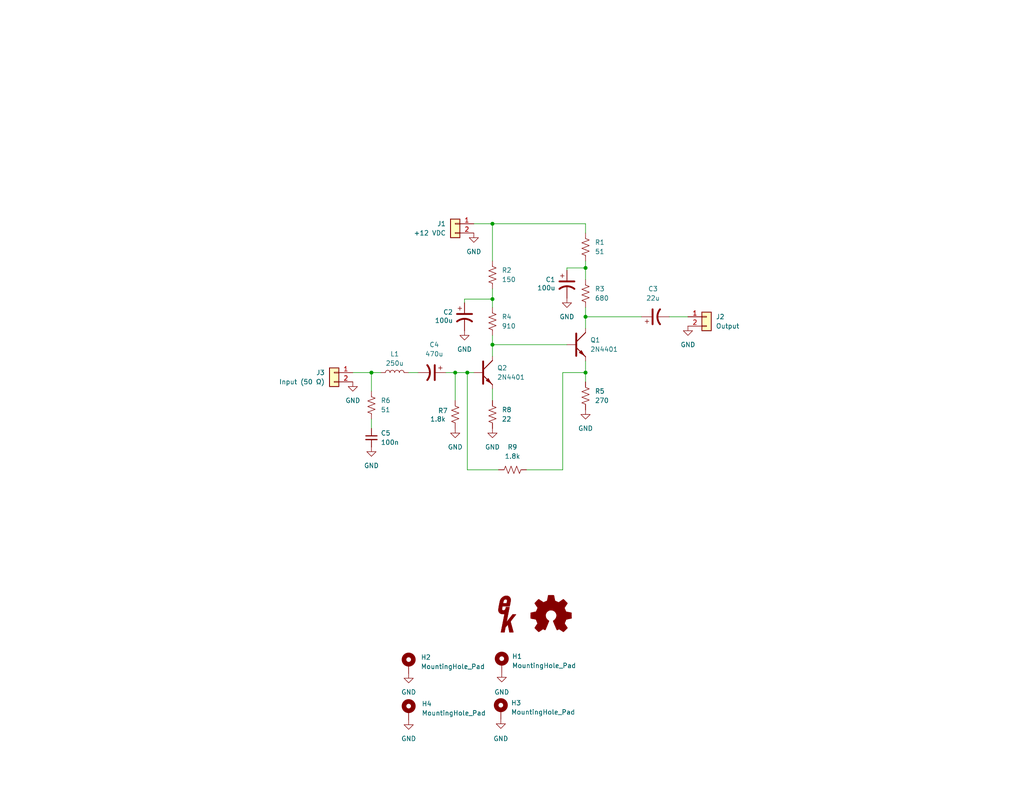
<source format=kicad_sch>
(kicad_sch (version 20230121) (generator eeschema)
  (paper "USLetter")
  (title_block (title "Project Yamhill Audio Feedback Amp") (date "2023-10-12") (rev "A") (company "Etherkit"))
  (lib_symbols
    (symbol "Connector_Generic:Conn_01x02" (pin_names (offset 1.016) hide)
      (property "Reference" "J" (at 0 2.54 0))
      (property "Value" "Conn_01x02" (at 0 -5.08 0))
      (symbol "Conn_01x02_1_1"
        (rectangle (start -1.27 -2.413) (end 0 -2.667) (stroke (width 0.1524)))
        (rectangle (start -1.27 0.127) (end 0 -0.127) (stroke (width 0.1524)))
        (rectangle (start -1.27 1.27) (end 1.27 -3.81) (stroke (width 0.254)) (fill (type background)))
        (pin passive line (at -5.08 0 0) (length 3.81) (name "Pin_1") (number "1"))
        (pin passive line (at -5.08 -2.54 0) (length 3.81) (name "Pin_2") (number "2"))
      )
    )
    (symbol "Device:C_Polarized_US" (pin_numbers hide) (pin_names (offset 0.254) hide)
      (property "Reference" "C" (at 0.635 2.54 0))
      (property "Value" "C_Polarized_US" (at 0.635 -2.54 0))
      (symbol "C_Polarized_US_0_1"
        (polyline (pts (xy -2.032 0.762) (xy 2.032 0.762)) (stroke (width 0.508)))
        (polyline (pts (xy -1.778 2.286) (xy -0.762 2.286)))
        (polyline (pts (xy -1.27 1.778) (xy -1.27 2.794)))
        (arc (start 2.032 -1.27) (mid 0 -0.5572) (end -2.032 -1.27) (stroke (width 0.508)))
      )
      (symbol "C_Polarized_US_1_1"
        (pin passive line (at 0 3.81 270) (length 2.794) (name "~") (number "1"))
        (pin passive line (at 0 -3.81 90) (length 3.302) (name "~") (number "2"))
      )
    )
    (symbol "Device:C_Small" (pin_numbers hide) (pin_names (offset 0.254) hide)
      (property "Reference" "C" (at 0.254 1.778 0))
      (property "Value" "C_Small" (at 0.254 -2.032 0))
      (symbol "C_Small_0_1"
        (polyline (pts (xy -1.524 -0.508) (xy 1.524 -0.508)) (stroke (width 0.3302)))
        (polyline (pts (xy -1.524 0.508) (xy 1.524 0.508)) (stroke (width 0.3048)))
      )
      (symbol "C_Small_1_1"
        (pin passive line (at 0 2.54 270) (length 2.032) (name "~") (number "1"))
        (pin passive line (at 0 -2.54 90) (length 2.032) (name "~") (number "2"))
      )
    )
    (symbol "Device:L" (pin_numbers hide) (pin_names (offset 1.016) hide)
      (property "Reference" "L" (at -1.27 0 90))
      (property "Value" "L" (at 1.905 0 90))
      (symbol "L_0_1"
        (arc (start 0 -2.54) (mid 0.6323 -1.905) (end 0 -1.27))
        (arc (start 0 -1.27) (mid 0.6323 -0.635) (end 0 0))
        (arc (start 0 0) (mid 0.6323 0.635) (end 0 1.27))
        (arc (start 0 1.27) (mid 0.6323 1.905) (end 0 2.54))
      )
      (symbol "L_1_1"
        (pin passive line (at 0 3.81 270) (length 1.27) (name "1") (number "1"))
        (pin passive line (at 0 -3.81 90) (length 1.27) (name "2") (number "2"))
      )
    )
    (symbol "Device:R_US" (pin_numbers hide) (pin_names (offset 0))
      (property "Reference" "R" (at 2.54 0 90))
      (property "Value" "R_US" (at -2.54 0 90))
      (symbol "R_US_0_1"
        (polyline (pts (xy 0 -2.286) (xy 0 -2.54)))
        (polyline (pts (xy 0 2.286) (xy 0 2.54)))
        (polyline (pts (xy 0 -0.762) (xy 1.016 -1.143) (xy 0 -1.524) (xy -1.016 -1.905) (xy 0 -2.286)))
        (polyline (pts (xy 0 0.762) (xy 1.016 0.381) (xy 0 0) (xy -1.016 -0.381) (xy 0 -0.762)))
        (polyline (pts (xy 0 2.286) (xy 1.016 1.905) (xy 0 1.524) (xy -1.016 1.143) (xy 0 0.762)))
      )
      (symbol "R_US_1_1"
        (pin passive line (at 0 3.81 270) (length 1.27) (name "~") (number "1"))
        (pin passive line (at 0 -3.81 90) (length 1.27) (name "~") (number "2"))
      )
    )
    (symbol "EtherkitKicadLibrary:LOGO" (pin_names (offset 1.016))
      (symbol "LOGO_0_0"
        (polyline (pts (xy -0.7475 -4.875) (xy -0.7392 -4.83) (xy -0.7178 -4.7189) (xy -0.6879 -4.5659) (xy -0.6523 -4.3851) (xy -0.6135 -4.1903) (xy -0.5018 -3.6307) (xy -0.197 -3.2903) (xy -0.1646 -3.2542) (xy -0.0551 -3.1338) (xy 0.0366 -3.0352) (xy 0.1017 -2.9677) (xy 0.1315 -2.9408) (xy 0.1365 -2.9489) (xy 0.155 -3.0102) (xy 0.1838 -3.125) (xy 0.2211 -3.2856) (xy 0.2651 -3.4844) (xy 0.3142 -3.7137) (xy 0.3664 -3.9658) (xy 0.5778 -5) (xy 1.1222 -5) (xy 1.2378 -4.9996) (xy 1.4316 -4.9961) (xy 1.5649 -4.989) (xy 1.6419 -4.9777) (xy 1.6666 -4.9622) (xy 1.663 -4.9437) (xy 1.6438 -4.8666) (xy 1.6098 -4.7364) (xy 1.5628 -4.5598) (xy 1.5046 -4.3435) (xy 1.437 -4.0944) (xy 1.3618 -3.8192) (xy 1.2809 -3.5246) (xy 1.2287 -3.3348) (xy 1.1509 -3.0506) (xy 1.0799 -2.7894) (xy 1.0175 -2.5581) (xy 0.9656 -2.3637) (xy 0.926 -2.2129) (xy 0.9005 -2.1127) (xy 0.891 -2.0698) (xy 0.9054 -2.0396) (xy 0.9573 -1.9618) (xy 1.0423 -1.844) (xy 1.1559 -1.6925) (xy 1.2932 -1.5137) (xy 1.4495 -1.3137) (xy 1.6201 -1.099) (xy 1.7685 -0.9135) (xy 1.9293 -0.7119) (xy 2.0731 -0.5312) (xy 2.1948 -0.3776) (xy 2.2896 -0.2573) (xy 2.3525 -0.1766) (xy 2.3786 -0.1416) (xy 2.3787 -0.1415) (xy 2.3748 -0.1247) (xy 2.3346 -0.1129) (xy 2.2506 -0.1052) (xy 2.1151 -0.1012) (xy 1.9205 -0.1) (xy 1.4372 -0.1) (xy 0.6284 -1.132) (xy 0.5759 -1.1989) (xy 0.4011 -1.4209) (xy 0.2406 -1.6235) (xy 0.0987 -1.8012) (xy -0.02 -1.9484) (xy -0.1111 -2.0596) (xy -0.1701 -2.1292) (xy -0.1926 -2.1518) (xy -0.1923 -2.147) (xy -0.1832 -2.0918) (xy -0.1629 -1.9807) (xy -0.1327 -1.8203) (xy -0.0939 -1.6176) (xy -0.048 -1.3794) (xy 0.0038 -1.1127) (xy 0.0601 -0.8241) (xy 0.1194 -0.5207) (xy 0.1806 -0.2092) (xy 0.2422 0.1034) (xy 0.303 0.4104) (xy 0.3614 0.7049) (xy 0.4163 0.98) (xy 0.4662 1.2289) (xy 0.5098 1.4447) (xy 0.5457 1.6206) (xy 0.5727 1.7496) (xy 0.5893 1.825) (xy 0.6072 1.9) (xy 0.1073 1.9) (xy -0.3925 1.9) (xy -0.4342 1.675) (xy -0.499 1.4316) (xy -0.6002 1.2291) (xy -0.7342 1.0838) (xy -0.9006 0.9961) (xy -1.0987 0.9667) (xy -1.1609 0.974) (xy -1.2874 1.0299) (xy -1.3917 1.1269) (xy -1.4526 1.2482) (xy -1.4564 1.2857) (xy -1.4504 1.3934) (xy -1.4298 1.5453) (xy -1.3961 1.7283) (xy -1.3167 2.1167) (xy -0.3327 2.1255) (xy 0.6514 2.1344) (xy 0.7958 2.8849) (xy 0.8025 2.9198) (xy 0.8589 3.2262) (xy 0.8991 3.4782) (xy 0.9233 3.6852) (xy 0.9317 3.8567) (xy 0.9241 4.0019) (xy 0.9007 4.1304) (xy 0.8616 4.2514) (xy 0.8069 4.3744) (xy 0.7638 4.4545) (xy 0.6047 4.6644) (xy 0.4032 4.823) (xy 0.1589 4.9308) (xy -0.1287 4.9878) (xy -0.1579 4.9905) (xy -0.4377 4.9806) (xy -0.7232 4.9128) (xy -1.0046 4.7932) (xy -1.272 4.6277) (xy -1.5155 4.4223) (xy -1.7252 4.183) (xy -1.8913 3.9159) (xy -1.9165 3.8634) (xy -1.9482 3.787) (xy -1.9792 3.6966) (xy -2.0114 3.5851) (xy -2.0466 3.4449) (xy -2.0866 3.2687) (xy -2.1333 3.049) (xy -2.1498 2.968) (xy -1.1571 2.968) (xy -1.1549 2.9908) (xy -1.1525 2.9998) (xy -1.1352 3.0719) (xy -1.1099 3.1842) (xy -1.0812 3.3167) (xy -1.0754 3.3437) (xy -1.0195 3.5554) (xy -0.9547 3.7135) (xy -0.875 3.8295) (xy -0.7744 3.9152) (xy -0.6845 3.9662) (xy -0.5192 4.019) (xy -0.3652 4.0182) (xy -0.2331 3.9646) (xy -0.1335 3.8592) (xy -0.1289 3.8513) (xy -0.0862 3.7421) (xy -0.0719 3.6042) (xy -0.086 3.427) (xy -0.1282 3.2) (xy -0.1834 2.95) (xy -0.6776 2.9408) (xy -0.721 2.94) (xy -0.8996 2.9375) (xy -1.023 2.938) (xy -1.1007 2.9426) (xy -1.1422 2.9523) (xy -1.1571 2.968) (xy -2.1498 2.968) (xy -2.1885 2.7786) (xy -2.254 2.45) (xy -2.2784 2.3256) (xy -2.3436 1.9784) (xy -2.393 1.6859) (xy -2.4271 1.4409) (xy -2.4464 1.2359) (xy -2.4514 1.0636) (xy -2.4429 0.9165) (xy -2.4212 0.7874) (xy -2.3869 0.6687) (xy -2.3194 0.5275) (xy -2.1842 0.3503) (xy -2.0088 0.1938) (xy -1.8079 0.073) (xy -1.7593 0.0508) (xy -1.6803 0.0201) (xy -1.6007 0.0004) (xy -1.504 -0.0106) (xy -1.3737 -0.0155) (xy -1.1932 -0.0166) (xy -1.0296 -0.017) (xy -0.908 -0.0195) (xy -0.8331 -0.0256) (xy -0.7946 -0.0372) (xy -0.7822 -0.0558) (xy -0.7855 -0.0833) (xy -0.7943 -0.1252) (xy -0.8147 -0.2255) (xy -0.8455 -0.3779) (xy -0.8854 -0.5764) (xy -0.9333 -0.8146) (xy -0.9878 -1.0864) (xy -1.0478 -1.3857) (xy -1.112 -1.7062) (xy -1.1792 -2.0418) (xy -1.2481 -2.3862) (xy -1.3175 -2.7333) (xy -1.3861 -3.0769) (xy -1.4528 -3.4108) (xy -1.5163 -3.7289) (xy -1.5753 -4.0248) (xy -1.6286 -4.2926) (xy -1.675 -4.5259) (xy -1.7133 -4.7185) (xy -1.7422 -4.8644) (xy -1.7604 -4.9573) (xy -1.7667 -4.991) (xy -1.7588 -4.9926) (xy -1.6988 -4.9955) (xy -1.5893 -4.9978) (xy -1.442 -4.9994) (xy -1.2682 -5) (xy -0.7697 -5) (xy -0.7475 -4.875)) (stroke (width 0.01)) (fill (type outline)))
      )
    )
    (symbol "EtherkitKicadLibrary:NPN" (pin_numbers hide) (pin_names (offset 0) hide)
      (property "Reference" "Q" (at 4.572 1.143 0))
      (property "Value" "NPN" (at 6.096 -1.143 0))
      (symbol "NPN_0_1"
        (polyline (pts (xy 0 0.762) (xy 2.54 3.302)) (stroke (width 0.254)))
        (polyline (pts (xy 0 3.048) (xy 0 -3.048) (xy 0 -1.905)) (stroke (width 0.508)))
        (polyline (pts (xy 2.54 -3.302) (xy 0 -0.762) (xy 0 -0.762)) (stroke (width 0.254)))
        (polyline (pts (xy 2.032 -2.794) (xy 1.397 -1.651) (xy 0.889 -2.159) (xy 2.032 -2.794) (xy 2.032 -2.794)) (stroke (width 0.254)) (fill (type outline)))
      )
      (symbol "NPN_1_1"
        (pin passive line (at 2.54 -4.445 90) (length 1.143) (name "E") (number "1"))
        (pin input line (at -2.54 0 0) (length 2.54) (name "B") (number "2"))
        (pin passive line (at 2.54 4.445 270) (length 1.143) (name "C") (number "3"))
      )
    )
    (symbol "Graphic:Logo_Open_Hardware_Small" (in_bom no) (on_board no)
      (symbol "Logo_Open_Hardware_Small_0_1"
        (polyline (pts (xy 3.3528 -4.3434) (xy 3.302 -4.318) (xy 3.175 -4.2418) (xy 2.9972 -4.1148) (xy 2.7686 -3.9624) (xy 2.54 -3.81) (xy 2.3622 -3.7084) (xy 2.2352 -3.6068) (xy 2.1844 -3.5814) (xy 2.159 -3.6068) (xy 2.0574 -3.6576) (xy 1.905 -3.7338) (xy 1.8034 -3.7846) (xy 1.6764 -3.8354) (xy 1.6002 -3.8354) (xy 1.6002 -3.8354) (xy 1.5494 -3.7338) (xy 1.4732 -3.5306) (xy 1.3462 -3.302) (xy 1.2446 -3.0226) (xy 1.1176 -2.7178) (xy 0.9652 -2.413) (xy 0.8636 -2.1082) (xy 0.7366 -1.8288) (xy 0.6604 -1.6256) (xy 0.6096 -1.4732) (xy 0.5842 -1.397) (xy 0.5842 -1.397) (xy 0.6604 -1.3208) (xy 0.7874 -1.2446) (xy 1.0414 -1.016) (xy 1.2954 -0.6858) (xy 1.4478 -0.3302) (xy 1.524 0.0762) (xy 1.4732 0.4572) (xy 1.3208 0.8128) (xy 1.0668 1.143) (xy 0.762 1.3716) (xy 0.4064 1.524) (xy 0 1.5748) (xy -0.381 1.5494) (xy -0.7366 1.397) (xy -1.0668 1.143) (xy -1.2192 0.9906) (xy -1.397 0.6604) (xy -1.524 0.3048) (xy -1.524 0.2286) (xy -1.4986 -0.1778) (xy -1.397 -0.5334) (xy -1.1938 -0.8636) (xy -0.9144 -1.143) (xy -0.8636 -1.1684) (xy -0.7366 -1.27) (xy -0.635 -1.3462) (xy -0.5842 -1.397) (xy -1.0668 -2.5908) (xy -1.143 -2.794) (xy -1.2954 -3.1242) (xy -1.397 -3.4036) (xy -1.4986 -3.6322) (xy -1.5748 -3.7846) (xy -1.6002 -3.8354) (xy -1.6002 -3.8354) (xy -1.651 -3.8354) (xy -1.7272 -3.81) (xy -1.905 -3.7338) (xy -2.0066 -3.683) (xy -2.1336 -3.6068) (xy -2.2098 -3.5814) (xy -2.2606 -3.6068) (xy -2.3622 -3.683) (xy -2.54 -3.81) (xy -2.7686 -3.9624) (xy -2.9718 -4.0894) (xy -3.1496 -4.2164) (xy -3.302 -4.318) (xy -3.3528 -4.3434) (xy -3.3782 -4.3434) (xy -3.429 -4.318) (xy -3.5306 -4.2164) (xy -3.7084 -4.064) (xy -3.937 -3.8354) (xy -3.9624 -3.81) (xy -4.1656 -3.6068) (xy -4.318 -3.4544) (xy -4.4196 -3.3274) (xy -4.445 -3.2766) (xy -4.445 -3.2766) (xy -4.4196 -3.2258) (xy -4.318 -3.0734) (xy -4.2164 -2.8956) (xy -4.064 -2.667) (xy -3.6576 -2.0828) (xy -3.8862 -1.5494) (xy -3.937 -1.3716) (xy -4.0386 -1.1684) (xy -4.0894 -1.0414) (xy -4.1148 -0.9652) (xy -4.191 -0.9398) (xy -4.318 -0.9144) (xy -4.5466 -0.8636) (xy -4.8006 -0.8128) (xy -5.0546 -0.7874) (xy -5.2578 -0.7366) (xy -5.4356 -0.7112) (xy -5.5118 -0.6858) (xy -5.5118 -0.6858) (xy -5.5372 -0.635) (xy -5.5372 -0.5588) (xy -5.5372 -0.4318) (xy -5.5626 -0.2286) (xy -5.5626 0.0762) (xy -5.5626 0.127) (xy -5.5372 0.4064) (xy -5.5372 0.635) (xy -5.5372 0.762) (xy -5.5372 0.8382) (xy -5.5372 0.8382) (xy -5.461 0.8382) (xy -5.3086 0.889) (xy -5.08 0.9144) (xy -4.826 0.9652) (xy -4.8006 0.9906) (xy -4.5466 1.0414) (xy -4.318 1.0668) (xy -4.1656 1.1176) (xy -4.0894 1.143) (xy -4.0894 1.143) (xy -4.0386 1.2446) (xy -3.9624 1.4224) (xy -3.8608 1.6256) (xy -3.7846 1.8288) (xy -3.7084 2.0066) (xy -3.6576 2.159) (xy -3.6322 2.2098) (xy -3.6322 2.2098) (xy -3.683 2.286) (xy -3.7592 2.413) (xy -3.8862 2.5908) (xy -4.064 2.8194) (xy -4.064 2.8448) (xy -4.2164 3.0734) (xy -4.3434 3.2512) (xy -4.4196 3.3782) (xy -4.445 3.4544) (xy -4.445 3.4544) (xy -4.3942 3.5052) (xy -4.2926 3.6322) (xy -4.1148 3.81) (xy -3.937 4.0132) (xy -3.8608 4.064) (xy -3.6576 4.2926) (xy -3.5052 4.4196) (xy -3.4036 4.4958) (xy -3.3528 4.5212) (xy -3.3528 4.5212) (xy -3.302 4.4704) (xy -3.1496 4.3688) (xy -2.9718 4.2418) (xy -2.7432 4.0894) (xy -2.7178 4.0894) (xy -2.4892 3.937) (xy -2.3114 3.81) (xy -2.1844 3.7084) (xy -2.1336 3.683) (xy -2.1082 3.683) (xy -2.032 3.7084) (xy -1.8542 3.7592) (xy -1.6764 3.8354) (xy -1.4732 3.937) (xy -1.27 4.0132) (xy -1.143 4.064) (xy -1.0668 4.1148) (xy -1.0668 4.1148) (xy -1.0414 4.191) (xy -1.016 4.3434) (xy -0.9652 4.572) (xy -0.9144 4.8514) (xy -0.889 4.9022) (xy -0.8382 5.1562) (xy -0.8128 5.3848) (xy -0.7874 5.5372) (xy -0.762 5.588) (xy -0.7112 5.6134) (xy -0.5842 5.6134) (xy -0.4064 5.6134) (xy -0.1524 5.6134) (xy 0.0762 5.6134) (xy 0.3302 5.6134) (xy 0.5334 5.6134) (xy 0.6858 5.588) (xy 0.7366 5.588) (xy 0.7366 5.588) (xy 0.762 5.5118) (xy 0.8128 5.334) (xy 0.8382 5.1054) (xy 0.9144 4.826) (xy 0.9144 4.7752) (xy 0.9652 4.5212) (xy 1.016 4.2926) (xy 1.0414 4.1402) (xy 1.0668 4.0894) (xy 1.0668 4.0894) (xy 1.1938 4.0386) (xy 1.3716 3.9624) (xy 1.5748 3.8608) (xy 2.0828 3.6576) (xy 2.7178 4.0894) (xy 2.7686 4.1402) (xy 2.9972 4.2926) (xy 3.175 4.4196) (xy 3.302 4.4958) (xy 3.3782 4.5212) (xy 3.3782 4.5212) (xy 3.429 4.4704) (xy 3.556 4.3434) (xy 3.7338 4.191) (xy 3.9116 3.9878) (xy 4.064 3.8354) (xy 4.2418 3.6576) (xy 4.3434 3.556) (xy 4.4196 3.4798) (xy 4.4196 3.429) (xy 4.4196 3.4036) (xy 4.3942 3.3274) (xy 4.2926 3.2004) (xy 4.1656 2.9972) (xy 4.0132 2.794) (xy 3.8862 2.5908) (xy 3.7592 2.3876) (xy 3.6576 2.2352) (xy 3.6322 2.159) (xy 3.6322 2.1336) (xy 3.683 2.0066) (xy 3.7592 1.8288) (xy 3.8608 1.6002) (xy 4.064 1.1176) (xy 4.3942 1.0414) (xy 4.5974 1.016) (xy 4.8768 0.9652) (xy 5.1308 0.9144) (xy 5.5372 0.8382) (xy 5.5626 -0.6604) (xy 5.4864 -0.6858) (xy 5.4356 -0.6858) (xy 5.2832 -0.7366) (xy 5.0546 -0.762) (xy 4.8006 -0.8128) (xy 4.5974 -0.8636) (xy 4.3688 -0.9144) (xy 4.2164 -0.9398) (xy 4.1402 -0.9398) (xy 4.1148 -0.9652) (xy 4.064 -1.0668) (xy 3.9878 -1.2446) (xy 3.9116 -1.4478) (xy 3.81 -1.651) (xy 3.7338 -1.8542) (xy 3.683 -2.0066) (xy 3.6576 -2.0828) (xy 3.683 -2.1336) (xy 3.7846 -2.2606) (xy 3.8862 -2.4638) (xy 4.0386 -2.667) (xy 4.191 -2.8956) (xy 4.318 -3.0734) (xy 4.3942 -3.2004) (xy 4.445 -3.2766) (xy 4.4196 -3.3274) (xy 4.3434 -3.429) (xy 4.1656 -3.5814) (xy 3.937 -3.8354) (xy 3.8862 -3.8608) (xy 3.683 -4.064) (xy 3.5306 -4.2164) (xy 3.4036 -4.318) (xy 3.3528 -4.3434)) (fill (type outline)))
      )
    )
    (symbol "Mechanical:MountingHole_Pad" (pin_numbers hide) (pin_names (offset 1.016) hide)
      (property "Reference" "H" (at 0 6.35 0))
      (property "Value" "MountingHole_Pad" (at 0 4.445 0))
      (symbol "MountingHole_Pad_0_1"
        (circle (center 0 1.27) (radius 1.27) (stroke (width 1.27)))
      )
      (symbol "MountingHole_Pad_1_1"
        (pin input line (at 0 -2.54 90) (length 2.54) (name "1") (number "1"))
      )
    )
    (symbol "power:GND" (power) (pin_names (offset 0))
      (property "Value" "GND" (at 0 -3.81 0))
      (symbol "GND_0_1"
        (polyline (pts (xy 0 0) (xy 0 -1.27) (xy 1.27 -1.27) (xy 0 -2.54) (xy -1.27 -1.27) (xy 0 -1.27)))
      )
      (symbol "GND_1_1"
        (pin power_in line (at 0 0 270) (length 0) hide (name "GND") (number "1"))
      )
    )
  )
  (junction (at 134.366 61.087))
  (junction (at 134.366 94.107))
  (junction (at 101.346 101.727))
  (junction (at 127.508 101.727))
  (junction (at 134.366 81.661))
  (junction (at 124.206 101.727))
  (junction (at 159.766 73.152))
  (junction (at 159.766 101.727))
  (junction (at 159.766 86.487))
  (wire (pts (xy 101.346 114.427) (xy 101.346 116.967)))
  (wire (pts (xy 101.346 101.727) (xy 101.346 106.807)))
  (wire (pts (xy 143.637 128.27) (xy 153.543 128.27)))
  (wire (pts (xy 159.766 61.087) (xy 159.766 63.627)))
  (wire (pts (xy 134.366 61.087) (xy 159.766 61.087)))
  (wire (pts (xy 134.366 78.867) (xy 134.366 81.661)))
  (wire (pts (xy 134.366 94.107) (xy 134.366 97.282)))
  (wire (pts (xy 126.746 81.661) (xy 134.366 81.661)))
  (wire (pts (xy 101.346 101.727) (xy 103.886 101.727)))
  (wire (pts (xy 111.506 101.727) (xy 114.046 101.727)))
  (wire (pts (xy 126.746 82.677) (xy 126.746 81.661)))
  (wire (pts (xy 159.766 101.727) (xy 159.766 104.267)))
  (wire (pts (xy 127.508 128.27) (xy 127.508 101.727)))
  (wire (pts (xy 154.686 73.152) (xy 159.766 73.152)))
  (wire (pts (xy 153.543 101.727) (xy 159.766 101.727)))
  (wire (pts (xy 129.286 61.087) (xy 134.366 61.087)))
  (wire (pts (xy 136.017 128.27) (xy 127.508 128.27)))
  (wire (pts (xy 134.366 94.107) (xy 154.686 94.107)))
  (wire (pts (xy 134.366 61.087) (xy 134.366 71.247)))
  (wire (pts (xy 159.766 86.487) (xy 175.006 86.487)))
  (wire (pts (xy 96.266 101.727) (xy 101.346 101.727)))
  (wire (pts (xy 121.666 101.727) (xy 124.206 101.727)))
  (wire (pts (xy 134.366 91.567) (xy 134.366 94.107)))
  (wire (pts (xy 124.206 101.727) (xy 127.508 101.727)))
  (wire (pts (xy 159.766 98.552) (xy 159.766 101.727)))
  (wire (pts (xy 124.206 101.727) (xy 124.206 109.347)))
  (wire (pts (xy 159.766 86.487) (xy 159.766 89.662)))
  (wire (pts (xy 182.626 86.487) (xy 187.706 86.487)))
  (wire (pts (xy 134.366 81.661) (xy 134.366 83.947)))
  (wire (pts (xy 159.766 73.152) (xy 159.766 76.327)))
  (wire (pts (xy 153.543 128.27) (xy 153.543 101.727)))
  (wire (pts (xy 127.508 101.727) (xy 129.286 101.727)))
  (wire (pts (xy 134.366 106.172) (xy 134.366 109.347)))
  (wire (pts (xy 159.766 71.247) (xy 159.766 73.152)))
  (wire (pts (xy 154.686 73.787) (xy 154.686 73.152)))
  (wire (pts (xy 159.766 83.947) (xy 159.766 86.487)))
  (symbol (lib_id "power:GND") (at 187.706 89.027 0) (unit 1)
    (property "Reference" "#PWR03" (effects hide))
    (property "Value" "GND" (at 187.706 94.107 0))
  )
  (symbol (lib_id "power:GND") (at 136.652 196.342 0) (unit 1)
    (property "Reference" "#PWR012" (effects hide))
    (property "Value" "GND" (at 136.652 201.676 0))
  )
  (symbol (lib_id "power:GND") (at 111.506 196.596 0) (unit 1)
    (property "Reference" "#PWR013" (effects hide))
    (property "Value" "GND" (at 111.506 201.676 0))
  )
  (symbol (lib_id "power:GND") (at 124.206 116.967 0) (unit 1)
    (property "Reference" "#PWR07" (effects hide))
    (property "Value" "GND" (at 124.206 122.047 0))
  )
  (symbol (lib_id "Device:R_US") (at 159.766 67.437 0) (unit 1)
    (property "Reference" "R1" (at 162.306 66.167 0) (effects (justify left)))
    (property "Value" "51" (at 162.306 68.707 0) (effects (justify left)))
    (property "Footprint" "Resistor_THT:R_Axial_DIN0207_L6.3mm_D2.5mm_P2.54mm_Vertical" (effects hide))
  )
  (symbol (lib_id "power:GND") (at 154.686 81.407 0) (unit 1)
    (property "Reference" "#PWR02" (effects hide))
    (property "Value" "GND" (at 154.686 86.487 0))
  )
  (symbol (lib_id "Connector_Generic:Conn_01x02") (at 124.206 61.087 0) (mirror y) (unit 1)
    (property "Reference" "J1" (at 121.666 61.087 0) (effects (justify left)))
    (property "Value" "+12 VDC" (at 121.666 63.627 0) (effects (justify left)))
    (property "Footprint" "Connector_PinHeader_2.54mm:PinHeader_1x02_P2.54mm_Vertical" (effects hide))
  )
  (symbol (lib_id "Graphic:Logo_Open_Hardware_Small") (at 150.368 168.148 0) (unit 1) (in_bom no) (on_board no)
    (property "Reference" "#SYM1" (effects hide))
    (property "Value" "Logo_Open_Hardware_Small" (effects hide))
    (property "Footprint" "EtherkitKicadLibrary:OSHWLogo4mm" (effects hide))
    (property "Sim.Enable" "0" (effects hide))
  )
  (symbol (lib_id "Device:R_US") (at 134.366 87.757 0) (unit 1)
    (property "Reference" "R4" (at 136.906 86.487 0) (effects (justify left)))
    (property "Value" "910" (at 136.906 89.027 0) (effects (justify left)))
    (property "Footprint" "Resistor_THT:R_Axial_DIN0207_L6.3mm_D2.5mm_P2.54mm_Vertical" (effects hide))
  )
  (symbol (lib_id "Device:C_Polarized_US") (at 117.856 101.727 270) (unit 1)
    (property "Reference" "C4" (at 118.491 94.107 90))
    (property "Value" "470u" (at 118.491 96.647 90))
    (property "Footprint" "Capacitor_THT:CP_Radial_D8.0mm_P3.50mm" (effects hide))
  )
  (symbol (lib_id "power:GND") (at 111.506 183.896 0) (unit 1)
    (property "Reference" "#PWR011" (effects hide))
    (property "Value" "GND" (at 111.506 188.976 0))
  )
  (symbol (lib_id "Device:C_Polarized_US") (at 126.746 86.487 0) (unit 1)
    (property "Reference" "C2" (at 120.904 85.217 0) (effects (justify left)))
    (property "Value" "100u" (at 118.618 87.503 0) (effects (justify left)))
    (property "Footprint" "Capacitor_THT:CP_Radial_D6.3mm_P2.50mm" (effects hide))
  )
  (symbol (lib_id "Device:C_Polarized_US") (at 154.686 77.597 0) (unit 1)
    (property "Reference" "C1" (at 148.844 76.327 0) (effects (justify left)))
    (property "Value" "100u" (at 146.558 78.613 0) (effects (justify left)))
    (property "Footprint" "Capacitor_THT:CP_Radial_D6.3mm_P2.50mm" (effects hide))
  )
  (symbol (lib_id "Mechanical:MountingHole_Pad") (at 111.506 181.356 0) (unit 1)
    (property "Reference" "H2" (at 114.808 179.451 0) (effects (justify left)))
    (property "Value" "MountingHole_Pad" (at 114.808 181.991 0) (effects (justify left)))
    (property "Footprint" "MountingHole:MountingHole_3.2mm_M3_Pad_Via" (effects hide))
  )
  (symbol (lib_id "power:GND") (at 101.346 122.047 0) (unit 1)
    (property "Reference" "#PWR09" (effects hide))
    (property "Value" "GND" (at 101.346 127.127 0))
  )
  (symbol (lib_id "power:GND") (at 129.286 63.627 0) (unit 1)
    (property "Reference" "#PWR01" (effects hide))
    (property "Value" "GND" (at 129.286 68.707 0))
  )
  (symbol (lib_id "Device:R_US") (at 124.206 113.157 0) (unit 1)
    (property "Reference" "R7" (at 119.507 112.141 0) (effects (justify left)))
    (property "Value" "1.8k" (at 117.348 114.427 0) (effects (justify left)))
    (property "Footprint" "Resistor_THT:R_Axial_DIN0207_L6.3mm_D2.5mm_P2.54mm_Vertical" (effects hide))
  )
  (symbol (lib_id "EtherkitKicadLibrary:LOGO") (at 138.43 167.64 0) (unit 1)
    (property "Reference" "#G1" (effects hide))
    (property "Value" "LOGO" (effects hide))
    (property "Footprint" "EtherkitKicadLibrary:EtherkitLogoSmall" (effects hide))
  )
  (symbol (lib_id "power:GND") (at 126.746 90.297 0) (unit 1)
    (property "Reference" "#PWR04" (effects hide))
    (property "Value" "GND" (at 126.746 95.377 0))
  )
  (symbol (lib_id "power:GND") (at 134.366 116.967 0) (unit 1)
    (property "Reference" "#PWR08" (effects hide))
    (property "Value" "GND" (at 134.366 122.047 0))
  )
  (symbol (lib_id "Connector_Generic:Conn_01x02") (at 192.786 86.487 0) (unit 1)
    (property "Reference" "J2" (at 195.326 86.487 0) (effects (justify left)))
    (property "Value" "Output" (at 195.326 89.027 0) (effects (justify left)))
    (property "Footprint" "Connector_PinHeader_2.54mm:PinHeader_1x02_P2.54mm_Vertical" (effects hide))
  )
  (symbol (lib_id "power:GND") (at 159.766 111.887 0) (unit 1)
    (property "Reference" "#PWR06" (effects hide))
    (property "Value" "GND" (at 159.766 116.967 0))
  )
  (symbol (lib_id "Device:R_US") (at 134.366 75.057 0) (unit 1)
    (property "Reference" "R2" (at 136.906 73.787 0) (effects (justify left)))
    (property "Value" "150" (at 136.906 76.327 0) (effects (justify left)))
    (property "Footprint" "Resistor_THT:R_Axial_DIN0207_L6.3mm_D2.5mm_P2.54mm_Vertical" (effects hide))
  )
  (symbol (lib_id "EtherkitKicadLibrary:NPN") (at 157.226 94.107 0) (unit 1)
    (property "Reference" "Q1" (at 161.036 92.837 0) (effects (justify left)))
    (property "Value" "2N4401" (at 161.036 95.377 0) (effects (justify left)))
    (property "Footprint" "Package_TO_SOT_THT:TO-92" (effects hide))
  )
  (symbol (lib_id "Device:R_US") (at 134.366 113.157 0) (unit 1)
    (property "Reference" "R8" (at 136.906 111.887 0) (effects (justify left)))
    (property "Value" "22" (at 136.906 114.427 0) (effects (justify left)))
    (property "Footprint" "Resistor_THT:R_Axial_DIN0207_L6.3mm_D2.5mm_P2.54mm_Vertical" (effects hide))
  )
  (symbol (lib_id "EtherkitKicadLibrary:NPN") (at 131.826 101.727 0) (unit 1)
    (property "Reference" "Q2" (at 135.636 100.457 0) (effects (justify left)))
    (property "Value" "2N4401" (at 135.636 102.997 0) (effects (justify left)))
    (property "Footprint" "Package_TO_SOT_THT:TO-92" (effects hide))
  )
  (symbol (lib_id "Device:L") (at 107.696 101.727 90) (unit 1)
    (property "Reference" "L1" (at 107.696 96.647 90))
    (property "Value" "250u" (at 107.696 99.187 90))
    (property "Footprint" "EtherkitKicadLibrary:T37-V" (effects hide))
  )
  (symbol (lib_id "Device:R_US") (at 139.827 128.27 90) (unit 1)
    (property "Reference" "R9" (at 139.827 122.047 90))
    (property "Value" "1.8k" (at 139.827 124.587 90))
    (property "Footprint" "Resistor_THT:R_Axial_DIN0207_L6.3mm_D2.5mm_P2.54mm_Vertical" (effects hide))
  )
  (symbol (lib_id "Device:C_Small") (at 101.346 119.507 0) (unit 1)
    (property "Reference" "C5" (at 103.886 118.2433 0) (effects (justify left)))
    (property "Value" "100n" (at 103.886 120.7833 0) (effects (justify left)))
    (property "Footprint" "Capacitor_THT:C_Rect_L7.0mm_W2.5mm_P5.00mm" (effects hide))
  )
  (symbol (lib_id "Mechanical:MountingHole_Pad") (at 111.506 194.056 0) (unit 1)
    (property "Reference" "H4" (at 115.062 192.151 0) (effects (justify left)))
    (property "Value" "MountingHole_Pad" (at 115.062 194.691 0) (effects (justify left)))
    (property "Footprint" "MountingHole:MountingHole_3.2mm_M3_Pad_Via" (effects hide))
  )
  (symbol (lib_id "power:GND") (at 136.906 183.642 0) (unit 1)
    (property "Reference" "#PWR010" (effects hide))
    (property "Value" "GND" (at 136.906 188.976 0))
  )
  (symbol (lib_id "Connector_Generic:Conn_01x02") (at 91.186 101.727 0) (mirror y) (unit 1)
    (property "Reference" "J3" (at 88.646 101.727 0) (effects (justify left)))
    (property "Value" "Input (50 Ω)" (at 88.646 104.267 0) (effects (justify left)))
    (property "Footprint" "Connector_PinHeader_2.54mm:PinHeader_1x02_P2.54mm_Vertical" (effects hide))
  )
  (symbol (lib_id "Device:R_US") (at 159.766 80.137 0) (unit 1)
    (property "Reference" "R3" (at 162.306 78.867 0) (effects (justify left)))
    (property "Value" "680" (at 162.306 81.407 0) (effects (justify left)))
    (property "Footprint" "Resistor_THT:R_Axial_DIN0207_L6.3mm_D2.5mm_P2.54mm_Vertical" (effects hide))
  )
  (symbol (lib_id "Mechanical:MountingHole_Pad") (at 136.652 193.802 0) (unit 1)
    (property "Reference" "H3" (at 139.446 191.897 0) (effects (justify left)))
    (property "Value" "MountingHole_Pad" (at 139.446 194.437 0) (effects (justify left)))
    (property "Footprint" "MountingHole:MountingHole_3.2mm_M3_Pad_Via" (effects hide))
  )
  (symbol (lib_id "power:GND") (at 96.266 104.267 0) (unit 1)
    (property "Reference" "#PWR05" (effects hide))
    (property "Value" "GND" (at 96.266 109.347 0))
  )
  (symbol (lib_id "Device:R_US") (at 101.346 110.617 0) (unit 1)
    (property "Reference" "R6" (at 103.886 109.347 0) (effects (justify left)))
    (property "Value" "51" (at 103.886 111.887 0) (effects (justify left)))
    (property "Footprint" "Resistor_THT:R_Axial_DIN0207_L6.3mm_D2.5mm_P2.54mm_Vertical" (effects hide))
  )
  (symbol (lib_id "Device:R_US") (at 159.766 108.077 0) (unit 1)
    (property "Reference" "R5" (at 162.306 106.807 0) (effects (justify left)))
    (property "Value" "270" (at 162.306 109.347 0) (effects (justify left)))
    (property "Footprint" "Resistor_THT:R_Axial_DIN0207_L6.3mm_D2.5mm_P2.54mm_Vertical" (effects hide))
  )
  (symbol (lib_id "Mechanical:MountingHole_Pad") (at 136.906 181.102 0) (unit 1)
    (property "Reference" "H1" (at 139.7 179.197 0) (effects (justify left)))
    (property "Value" "MountingHole_Pad" (at 139.7 181.737 0) (effects (justify left)))
    (property "Footprint" "MountingHole:MountingHole_3.2mm_M3_Pad_Via" (effects hide))
  )
  (symbol (lib_id "Device:C_Polarized_US") (at 178.816 86.487 90) (unit 1)
    (property "Reference" "C3" (at 178.181 78.867 90))
    (property "Value" "22u" (at 178.181 81.407 90))
    (property "Footprint" "Capacitor_THT:CP_Radial_D5.0mm_P2.00mm" (effects hide))
  )
)
</source>
